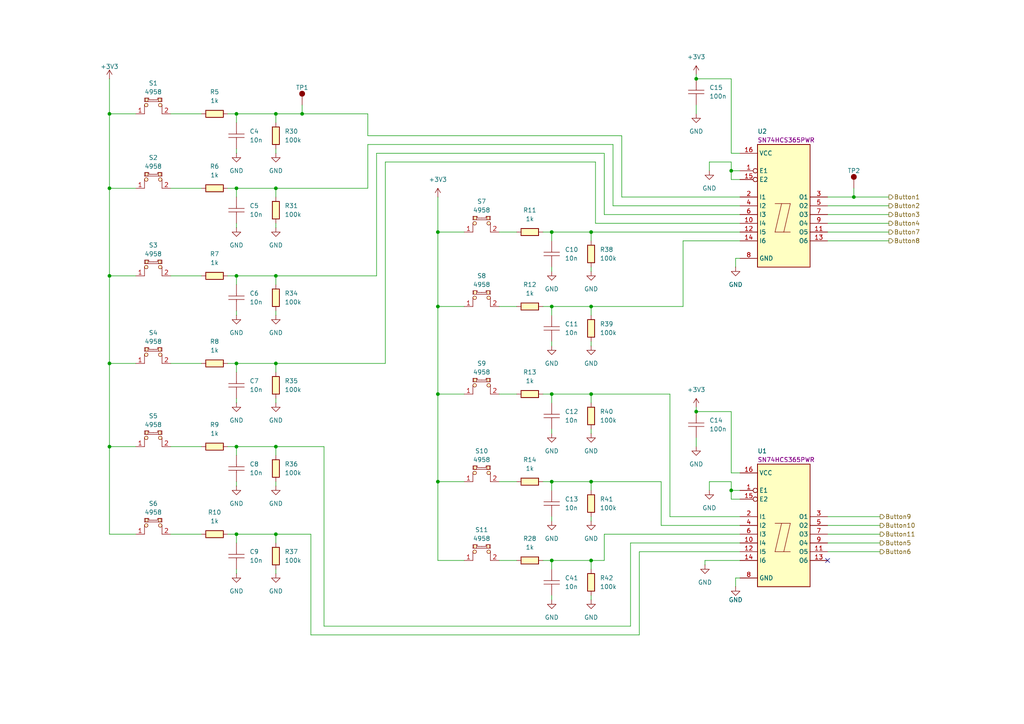
<source format=kicad_sch>
(kicad_sch (version 20231120) (generator "eeschema") (generator_version "8.0")
  (paper "A4")
  (title_block (title "Programmable Keyboard") (date "2024-08-18") (rev "3.0") (company "Kallio Designs Oy") (comment 1 "TL, NH") (comment 3 "000018"))
  (junction (at 127 67.31))
  (junction (at 171.45 88.9))
  (junction (at 68.58 33.02))
  (junction (at 201.93 119.38))
  (junction (at 171.45 139.7))
  (junction (at 127 139.7))
  (junction (at 171.45 67.31))
  (junction (at 68.58 80.01))
  (junction (at 80.01 105.41))
  (junction (at 87.63 33.02))
  (junction (at 160.02 139.7))
  (junction (at 80.01 33.02))
  (junction (at 31.75 33.02))
  (junction (at 68.58 105.41))
  (junction (at 171.45 114.3))
  (junction (at 212.09 49.53))
  (junction (at 160.02 114.3))
  (junction (at 212.09 142.24))
  (junction (at 171.45 162.56))
  (junction (at 31.75 80.01))
  (junction (at 68.58 154.94))
  (junction (at 68.58 129.54))
  (junction (at 80.01 54.61))
  (junction (at 80.01 129.54))
  (junction (at 160.02 67.31))
  (junction (at 247.65 57.15))
  (junction (at 80.01 154.94))
  (junction (at 68.58 54.61))
  (junction (at 201.93 22.86))
  (junction (at 127 88.9))
  (junction (at 160.02 88.9))
  (junction (at 31.75 129.54))
  (junction (at 160.02 162.56))
  (junction (at 31.75 105.41))
  (junction (at 80.01 80.01))
  (junction (at 127 114.3))
  (junction (at 31.75 54.61))
  (no_connect (at 240.03 162.56))
  (wire (pts (xy 31.75 105.41) (xy 39.37 105.41)))
  (wire (pts (xy 160.02 125.73) (xy 160.02 124.46)))
  (wire (pts (xy 68.58 140.97) (xy 68.58 139.7)))
  (wire (pts (xy 80.01 33.02) (xy 80.01 35.56)))
  (wire (pts (xy 31.75 54.61) (xy 39.37 54.61)))
  (wire (pts (xy 68.58 116.84) (xy 68.58 115.57)))
  (wire (pts (xy 127 57.15) (xy 127 67.31)))
  (wire (pts (xy 80.01 116.84) (xy 80.01 115.57)))
  (wire (pts (xy 80.01 166.37) (xy 80.01 165.1)))
  (wire (pts (xy 93.98 181.61) (xy 182.88 181.61)))
  (wire (pts (xy 185.42 184.15) (xy 90.17 184.15)))
  (wire (pts (xy 127 162.56) (xy 134.62 162.56)))
  (wire (pts (xy 171.45 139.7) (xy 160.02 139.7)))
  (wire (pts (xy 66.04 54.61) (xy 68.58 54.61)))
  (wire (pts (xy 171.45 125.73) (xy 171.45 124.46)))
  (wire (pts (xy 171.45 162.56) (xy 171.45 165.1)))
  (wire (pts (xy 194.31 149.86) (xy 214.63 149.86)))
  (wire (pts (xy 198.12 69.85) (xy 214.63 69.85)))
  (wire (pts (xy 49.53 154.94) (xy 58.42 154.94)))
  (wire (pts (xy 80.01 66.04) (xy 80.01 64.77)))
  (wire (pts (xy 68.58 33.02) (xy 80.01 33.02)))
  (wire (pts (xy 160.02 114.3) (xy 160.02 116.84)))
  (wire (pts (xy 160.02 151.13) (xy 160.02 149.86)))
  (wire (pts (xy 80.01 80.01) (xy 80.01 82.55)))
  (wire (pts (xy 175.26 154.94) (xy 175.26 162.56)))
  (wire (pts (xy 160.02 162.56) (xy 171.45 162.56)))
  (wire (pts (xy 80.01 129.54) (xy 93.98 129.54)))
  (wire (pts (xy 201.93 118.11) (xy 201.93 119.38)))
  (wire (pts (xy 68.58 91.44) (xy 68.58 90.17)))
  (wire (pts (xy 212.09 144.78) (xy 212.09 142.24)))
  (wire (pts (xy 109.22 44.45) (xy 109.22 80.01)))
  (wire (pts (xy 31.75 129.54) (xy 39.37 129.54)))
  (wire (pts (xy 214.63 52.07) (xy 212.09 52.07)))
  (wire (pts (xy 212.09 119.38) (xy 212.09 137.16)))
  (wire (pts (xy 240.03 152.4) (xy 255.27 152.4)))
  (wire (pts (xy 240.03 160.02) (xy 255.27 160.02)))
  (wire (pts (xy 160.02 139.7) (xy 160.02 142.24)))
  (wire (pts (xy 49.53 129.54) (xy 58.42 129.54)))
  (wire (pts (xy 144.78 139.7) (xy 149.86 139.7)))
  (wire (pts (xy 177.8 41.91) (xy 177.8 59.69)))
  (wire (pts (xy 240.03 62.23) (xy 257.81 62.23)))
  (wire (pts (xy 68.58 54.61) (xy 68.58 57.15)))
  (wire (pts (xy 106.68 54.61) (xy 80.01 54.61)))
  (wire (pts (xy 157.48 88.9) (xy 160.02 88.9)))
  (wire (pts (xy 31.75 80.01) (xy 31.75 105.41)))
  (wire (pts (xy 68.58 66.04) (xy 68.58 64.77)))
  (wire (pts (xy 80.01 129.54) (xy 80.01 132.08)))
  (wire (pts (xy 93.98 129.54) (xy 93.98 181.61)))
  (wire (pts (xy 68.58 80.01) (xy 68.58 82.55)))
  (wire (pts (xy 66.04 33.02) (xy 68.58 33.02)))
  (wire (pts (xy 87.63 33.02) (xy 106.68 33.02)))
  (wire (pts (xy 212.09 49.53) (xy 212.09 46.99)))
  (wire (pts (xy 171.45 78.74) (xy 171.45 77.47)))
  (wire (pts (xy 157.48 114.3) (xy 160.02 114.3)))
  (wire (pts (xy 31.75 33.02) (xy 39.37 33.02)))
  (wire (pts (xy 160.02 162.56) (xy 160.02 165.1)))
  (wire (pts (xy 171.45 67.31) (xy 214.63 67.31)))
  (wire (pts (xy 213.36 167.64) (xy 213.36 170.18)))
  (wire (pts (xy 171.45 162.56) (xy 175.26 162.56)))
  (wire (pts (xy 240.03 59.69) (xy 257.81 59.69)))
  (wire (pts (xy 66.04 80.01) (xy 68.58 80.01)))
  (wire (pts (xy 172.72 46.99) (xy 172.72 64.77)))
  (wire (pts (xy 194.31 114.3) (xy 194.31 149.86)))
  (wire (pts (xy 127 88.9) (xy 127 114.3)))
  (wire (pts (xy 111.76 105.41) (xy 80.01 105.41)))
  (wire (pts (xy 180.34 39.37) (xy 180.34 57.15)))
  (wire (pts (xy 171.45 114.3) (xy 171.45 116.84)))
  (wire (pts (xy 212.09 142.24) (xy 214.63 142.24)))
  (wire (pts (xy 127 139.7) (xy 134.62 139.7)))
  (wire (pts (xy 66.04 154.94) (xy 68.58 154.94)))
  (wire (pts (xy 212.09 137.16) (xy 214.63 137.16)))
  (wire (pts (xy 212.09 46.99) (xy 205.74 46.99)))
  (wire (pts (xy 212.09 44.45) (xy 214.63 44.45)))
  (wire (pts (xy 68.58 166.37) (xy 68.58 165.1)))
  (wire (pts (xy 240.03 149.86) (xy 255.27 149.86)))
  (wire (pts (xy 127 67.31) (xy 127 88.9)))
  (wire (pts (xy 127 88.9) (xy 134.62 88.9)))
  (wire (pts (xy 68.58 129.54) (xy 68.58 132.08)))
  (wire (pts (xy 68.58 129.54) (xy 80.01 129.54)))
  (wire (pts (xy 214.63 59.69) (xy 177.8 59.69)))
  (wire (pts (xy 191.77 139.7) (xy 171.45 139.7)))
  (wire (pts (xy 106.68 33.02) (xy 106.68 39.37)))
  (wire (pts (xy 144.78 67.31) (xy 149.86 67.31)))
  (wire (pts (xy 185.42 160.02) (xy 214.63 160.02)))
  (wire (pts (xy 214.63 167.64) (xy 213.36 167.64)))
  (wire (pts (xy 172.72 64.77) (xy 214.63 64.77)))
  (wire (pts (xy 68.58 33.02) (xy 68.58 35.56)))
  (wire (pts (xy 49.53 80.01) (xy 58.42 80.01)))
  (wire (pts (xy 201.93 21.59) (xy 201.93 22.86)))
  (wire (pts (xy 214.63 62.23) (xy 175.26 62.23)))
  (wire (pts (xy 175.26 154.94) (xy 214.63 154.94)))
  (wire (pts (xy 175.26 44.45) (xy 175.26 62.23)))
  (wire (pts (xy 171.45 114.3) (xy 194.31 114.3)))
  (wire (pts (xy 160.02 88.9) (xy 171.45 88.9)))
  (wire (pts (xy 201.93 119.38) (xy 212.09 119.38)))
  (wire (pts (xy 90.17 184.15) (xy 90.17 154.94)))
  (wire (pts (xy 247.65 57.15) (xy 257.81 57.15)))
  (wire (pts (xy 80.01 154.94) (xy 80.01 157.48)))
  (wire (pts (xy 68.58 44.45) (xy 68.58 43.18)))
  (wire (pts (xy 212.09 139.7) (xy 205.74 139.7)))
  (wire (pts (xy 205.74 46.99) (xy 205.74 49.53)))
  (wire (pts (xy 160.02 67.31) (xy 160.02 69.85)))
  (wire (pts (xy 185.42 160.02) (xy 185.42 184.15)))
  (wire (pts (xy 240.03 69.85) (xy 257.81 69.85)))
  (wire (pts (xy 214.63 162.56) (xy 204.47 162.56)))
  (wire (pts (xy 31.75 22.86) (xy 31.75 33.02)))
  (wire (pts (xy 157.48 67.31) (xy 160.02 67.31)))
  (wire (pts (xy 240.03 64.77) (xy 257.81 64.77)))
  (wire (pts (xy 66.04 105.41) (xy 68.58 105.41)))
  (wire (pts (xy 201.93 22.86) (xy 212.09 22.86)))
  (wire (pts (xy 127 67.31) (xy 134.62 67.31)))
  (wire (pts (xy 212.09 52.07) (xy 212.09 49.53)))
  (wire (pts (xy 111.76 46.99) (xy 172.72 46.99)))
  (wire (pts (xy 201.93 129.54) (xy 201.93 127)))
  (wire (pts (xy 157.48 139.7) (xy 160.02 139.7)))
  (wire (pts (xy 80.01 91.44) (xy 80.01 90.17)))
  (wire (pts (xy 160.02 114.3) (xy 171.45 114.3)))
  (wire (pts (xy 213.36 74.93) (xy 213.36 77.47)))
  (wire (pts (xy 87.63 30.48) (xy 87.63 33.02)))
  (wire (pts (xy 160.02 88.9) (xy 160.02 91.44)))
  (wire (pts (xy 171.45 67.31) (xy 171.45 69.85)))
  (wire (pts (xy 240.03 154.94) (xy 255.27 154.94)))
  (wire (pts (xy 171.45 139.7) (xy 171.45 142.24)))
  (wire (pts (xy 240.03 157.48) (xy 255.27 157.48)))
  (wire (pts (xy 157.48 162.56) (xy 160.02 162.56)))
  (wire (pts (xy 106.68 39.37) (xy 180.34 39.37)))
  (wire (pts (xy 90.17 154.94) (xy 80.01 154.94)))
  (wire (pts (xy 171.45 151.13) (xy 171.45 149.86)))
  (wire (pts (xy 204.47 162.56) (xy 204.47 163.83)))
  (wire (pts (xy 177.8 41.91) (xy 106.68 41.91)))
  (wire (pts (xy 171.45 100.33) (xy 171.45 99.06)))
  (wire (pts (xy 127 114.3) (xy 134.62 114.3)))
  (wire (pts (xy 31.75 129.54) (xy 31.75 154.94)))
  (wire (pts (xy 214.63 57.15) (xy 180.34 57.15)))
  (wire (pts (xy 201.93 33.02) (xy 201.93 30.48)))
  (wire (pts (xy 212.09 22.86) (xy 212.09 44.45)))
  (wire (pts (xy 80.01 154.94) (xy 68.58 154.94)))
  (wire (pts (xy 106.68 41.91) (xy 106.68 54.61)))
  (wire (pts (xy 205.74 139.7) (xy 205.74 142.24)))
  (wire (pts (xy 109.22 44.45) (xy 175.26 44.45)))
  (wire (pts (xy 31.75 54.61) (xy 31.75 80.01)))
  (wire (pts (xy 191.77 152.4) (xy 214.63 152.4)))
  (wire (pts (xy 191.77 152.4) (xy 191.77 139.7)))
  (wire (pts (xy 80.01 80.01) (xy 109.22 80.01)))
  (wire (pts (xy 68.58 105.41) (xy 68.58 107.95)))
  (wire (pts (xy 66.04 129.54) (xy 68.58 129.54)))
  (wire (pts (xy 31.75 105.41) (xy 31.75 129.54)))
  (wire (pts (xy 127 114.3) (xy 127 139.7)))
  (wire (pts (xy 80.01 44.45) (xy 80.01 43.18)))
  (wire (pts (xy 31.75 154.94) (xy 39.37 154.94)))
  (wire (pts (xy 160.02 100.33) (xy 160.02 99.06)))
  (wire (pts (xy 49.53 105.41) (xy 58.42 105.41)))
  (wire (pts (xy 198.12 88.9) (xy 198.12 69.85)))
  (wire (pts (xy 49.53 54.61) (xy 58.42 54.61)))
  (wire (pts (xy 49.53 33.02) (xy 58.42 33.02)))
  (wire (pts (xy 182.88 157.48) (xy 214.63 157.48)))
  (wire (pts (xy 68.58 154.94) (xy 68.58 157.48)))
  (wire (pts (xy 214.63 74.93) (xy 213.36 74.93)))
  (wire (pts (xy 160.02 67.31) (xy 171.45 67.31)))
  (wire (pts (xy 247.65 54.61) (xy 247.65 57.15)))
  (wire (pts (xy 80.01 105.41) (xy 80.01 107.95)))
  (wire (pts (xy 160.02 78.74) (xy 160.02 77.47)))
  (wire (pts (xy 68.58 80.01) (xy 80.01 80.01)))
  (wire (pts (xy 80.01 33.02) (xy 87.63 33.02)))
  (wire (pts (xy 31.75 80.01) (xy 39.37 80.01)))
  (wire (pts (xy 144.78 114.3) (xy 149.86 114.3)))
  (wire (pts (xy 160.02 173.99) (xy 160.02 172.72)))
  (wire (pts (xy 31.75 33.02) (xy 31.75 54.61)))
  (wire (pts (xy 212.09 49.53) (xy 214.63 49.53)))
  (wire (pts (xy 80.01 140.97) (xy 80.01 139.7)))
  (wire (pts (xy 111.76 46.99) (xy 111.76 105.41)))
  (wire (pts (xy 240.03 67.31) (xy 257.81 67.31)))
  (wire (pts (xy 80.01 105.41) (xy 68.58 105.41)))
  (wire (pts (xy 212.09 142.24) (xy 212.09 139.7)))
  (wire (pts (xy 144.78 162.56) (xy 149.86 162.56)))
  (wire (pts (xy 214.63 144.78) (xy 212.09 144.78)))
  (wire (pts (xy 80.01 54.61) (xy 80.01 57.15)))
  (wire (pts (xy 171.45 173.99) (xy 171.45 172.72)))
  (wire (pts (xy 171.45 88.9) (xy 171.45 91.44)))
  (wire (pts (xy 182.88 181.61) (xy 182.88 157.48)))
  (wire (pts (xy 144.78 88.9) (xy 149.86 88.9)))
  (wire (pts (xy 80.01 54.61) (xy 68.58 54.61)))
  (wire (pts (xy 171.45 88.9) (xy 198.12 88.9)))
  (wire (pts (xy 127 139.7) (xy 127 162.56)))
  (wire (pts (xy 240.03 57.15) (xy 247.65 57.15)))
  (hierarchical_label "Button11" (shape output) (at 255.27 154.94 0))
  (hierarchical_label "Button1" (shape output) (at 257.81 57.15 0))
  (hierarchical_label "Button4" (shape output) (at 257.81 64.77 0))
  (hierarchical_label "Button3" (shape output) (at 257.81 62.23 0))
  (hierarchical_label "Button8" (shape output) (at 257.81 69.85 0))
  (hierarchical_label "Button7" (shape output) (at 257.81 67.31 0))
  (hierarchical_label "Button5" (shape output) (at 255.27 157.48 0))
  (hierarchical_label "Button6" (shape output) (at 255.27 160.02 0))
  (hierarchical_label "Button10" (shape output) (at 255.27 152.4 0))
  (hierarchical_label "Button2" (shape output) (at 257.81 59.69 0))
  (hierarchical_label "Button9" (shape output) (at 255.27 149.86 0))
  (symbol (lib_id "KD_Switch:Button_keyboard_socket_MX_Adafruit_4958") (at 139.7 64.77 0) (unit 1)
    (property "Reference" "S7" (at 139.7 58.42 0))
    (property "Value" "4958" (at 139.7 60.96 0))
    (property "Footprint" "KD_Switch:SWITCH_BUTTON_Kailh_mx_socket" (effects (hide yes)))
    (property "Datasheet" "https://mm.digikey.com/Volume0/opasdata/d220001/medias/docus/5062/4958_Web.pdf" (effects (hide yes)))
    (property "Description" "KAILH SW SKTS FOR MX-COMP 1=20PC" (effects (hide yes)))
    (property "Manufacturer" "Adafruit" (effects (hide yes)))
    (property "MFG_PartNo" "4958" (effects (hide yes)))
    (property "Supplier" "Digi-Key" (effects (hide yes)))
    (property "Supplier_PartNo" "1528-4958-ND" (effects (hide yes)))
    (property "DNP" "F" (effects (hide yes)))
    (property "Price" "0.45" (effects (hide yes)))
  )
  (symbol (lib_id "KD_Capacitor:C_0603_10n_X7R_100V") (at 68.58 111.76 0) (unit 1)
    (property "Reference" "C7" (at 72.39 110.4899 0) (effects (justify left)))
    (property "Value" "10n" (at 72.39 113.0299 0) (effects (justify left)))
    (property "Footprint" "KD_Capacitor:CAPC1608X90N" (effects (hide yes)))
    (property "Datasheet" "https://product.tdk.com/en/system/files?file=dam/doc/product/capacitor/ceramic/mlcc/catalog/mlcc_commercial_midvoltage_en.pdf" (effects (hide yes)))
    (property "Description" "CAP CER 10000PF 100V X7R 0603" (effects (hide yes)))
    (property "Manufacturer" "TDK Corporation" (effects (hide yes)))
    (property "MFG_PartNo" "C1608X7R2A103K080AA" (effects (hide yes)))
    (property "Supplier" "Digi-Key" (effects (hide yes)))
    (property "Supplier_PartNo" "445-1304-1-ND" (effects (hide yes)))
    (property "DNP" "F" (effects (hide yes)))
    (property "Price" "0.05" (effects (hide yes)))
  )
  (symbol (lib_id "power:+3V3") (at 31.75 22.86 0) (unit 1)
    (property "Reference" "#PWR060" (effects (hide yes)))
    (property "Value" "+3V3" (at 31.75 19.304 0))
    (property "Description" "Power symbol creates a global label with name \"+3V3\"" (effects (hide yes)))
    (instances (project "TPCOT" (path "" (reference "#PWR060") (unit 1))) (project "000018 PGKB" (path "" (reference "#PWR08") (unit 1))))
  )
  (symbol (lib_id "KD_Resistor:R_0603_100k_1%") (at 80.01 86.36 0) (unit 1)
    (property "Reference" "R34" (at 82.55 85.0899 0) (effects (justify left)))
    (property "Value" "100k" (at 82.55 87.6299 0) (effects (justify left)))
    (property "Footprint" "KD_Resistor:RESC1608X55N" (effects (hide yes)))
    (property "Datasheet" "https://www.seielect.com/catalog/sei-rmcf_rmcp.pdf" (effects (hide yes)))
    (property "Description" "RES 100K OHM 1% 1/10W 0603" (effects (hide yes)))
    (property "Manufacturer" "Stackpole Electronics Inc" (effects (hide yes)))
    (property "MFG_PartNo" "RMCF0603FT100K" (effects (hide yes)))
    (property "Supplier" "Digi-Key" (effects (hide yes)))
    (property "Supplier_PartNo" "RMCF0603FT100KCT-ND" (effects (hide yes)))
    (property "DNP" "F" (effects (hide yes)))
    (property "Price" "0.01" (effects (hide yes)))
  )
  (symbol (lib_id "KD_Resistor:R_0603_1k_1%") (at 153.67 162.56 90) (unit 1)
    (property "Reference" "R28" (at 153.67 156.21 90))
    (property "Value" "1k" (at 153.67 158.75 90))
    (property "Footprint" "KD_Resistor:RESC1608X55N" (effects (hide yes)))
    (property "Datasheet" "https://www.seielect.com/Catalog/SEI-RMCF_RMCP.pdf" (effects (hide yes)))
    (property "Description" "RES 1K OHM 5% 1/10W 0603" (effects (hide yes)))
    (property "Manufacturer" "Stackpole Electronics Inc" (effects (hide yes)))
    (property "MFG_PartNo" "RMCF0603JT1K00" (effects (hide yes)))
    (property "Supplier" "Digi-Key" (effects (hide yes)))
    (property "Supplier_PartNo" "RMCF0603JT1K00CT-ND" (effects (hide yes)))
    (property "DNP" "F" (effects (hide yes)))
    (property "Price" "0.01" (effects (hide yes)))
  )
  (symbol (lib_id "KD_Capacitor:C_0603_100n_X7R_50V") (at 201.93 26.67 0) (unit 1)
    (property "Reference" "C15" (at 205.74 25.3999 0) (effects (justify left)))
    (property "Value" "100n" (at 205.74 27.9399 0) (effects (justify left)))
    (property "Footprint" "KD_Capacitor:CAPC1608X90N" (effects (hide yes)))
    (property "Datasheet" "https://mm.digikey.com/Volume0/opasdata/d220001/medias/docus/658/CL10B104KB8NNWC_Spec.pdf" (effects (hide yes)))
    (property "Description" "CAP CER 0.1UF 50V X7R 0603" (effects (hide yes)))
    (property "Manufacturer" "Samsung" (effects (hide yes)))
    (property "MFG_PartNo" "CL10B104KB8NNWC" (effects (hide yes)))
    (property "Supplier" "Digi-Key" (effects (hide yes)))
    (property "Supplier_PartNo" "1276-1935-1-ND" (effects (hide yes)))
    (property "DNP" "F" (effects (hide yes)))
    (property "Price" "0.01" (effects (hide yes)))
  )
  (symbol (lib_id "KD_Capacitor:C_0603_10n_X7R_100V") (at 160.02 146.05 0) (unit 1)
    (property "Reference" "C13" (at 163.83 144.7799 0) (effects (justify left)))
    (property "Value" "10n" (at 163.83 147.3199 0) (effects (justify left)))
    (property "Footprint" "KD_Capacitor:CAPC1608X90N" (effects (hide yes)))
    (property "Datasheet" "https://product.tdk.com/en/system/files?file=dam/doc/product/capacitor/ceramic/mlcc/catalog/mlcc_commercial_midvoltage_en.pdf" (effects (hide yes)))
    (property "Description" "CAP CER 10000PF 100V X7R 0603" (effects (hide yes)))
    (property "Manufacturer" "TDK Corporation" (effects (hide yes)))
    (property "MFG_PartNo" "C1608X7R2A103K080AA" (effects (hide yes)))
    (property "Supplier" "Digi-Key" (effects (hide yes)))
    (property "Supplier_PartNo" "445-1304-1-ND" (effects (hide yes)))
    (property "DNP" "F" (effects (hide yes)))
    (property "Price" "0.05" (effects (hide yes)))
  )
  (symbol (lib_id "KD_Resistor:R_0603_1k_1%") (at 62.23 105.41 90) (unit 1)
    (property "Reference" "R8" (at 62.23 99.06 90))
    (property "Value" "1k" (at 62.23 101.6 90))
    (property "Footprint" "KD_Resistor:RESC1608X55N" (effects (hide yes)))
    (property "Datasheet" "https://www.seielect.com/Catalog/SEI-RMCF_RMCP.pdf" (effects (hide yes)))
    (property "Description" "RES 1K OHM 5% 1/10W 0603" (effects (hide yes)))
    (property "Manufacturer" "Stackpole Electronics Inc" (effects (hide yes)))
    (property "MFG_PartNo" "RMCF0603JT1K00" (effects (hide yes)))
    (property "Supplier" "Digi-Key" (effects (hide yes)))
    (property "Supplier_PartNo" "RMCF0603JT1K00CT-ND" (effects (hide yes)))
    (property "DNP" "F" (effects (hide yes)))
    (property "Price" "0.01" (effects (hide yes)))
  )
  (symbol (lib_id "KD_Capacitor:C_0603_10n_X7R_100V") (at 68.58 86.36 0) (unit 1)
    (property "Reference" "C6" (at 72.39 85.0899 0) (effects (justify left)))
    (property "Value" "10n" (at 72.39 87.6299 0) (effects (justify left)))
    (property "Footprint" "KD_Capacitor:CAPC1608X90N" (effects (hide yes)))
    (property "Datasheet" "https://product.tdk.com/en/system/files?file=dam/doc/product/capacitor/ceramic/mlcc/catalog/mlcc_commercial_midvoltage_en.pdf" (effects (hide yes)))
    (property "Description" "CAP CER 10000PF 100V X7R 0603" (effects (hide yes)))
    (property "Manufacturer" "TDK Corporation" (effects (hide yes)))
    (property "MFG_PartNo" "C1608X7R2A103K080AA" (effects (hide yes)))
    (property "Supplier" "Digi-Key" (effects (hide yes)))
    (property "Supplier_PartNo" "445-1304-1-ND" (effects (hide yes)))
    (property "DNP" "F" (effects (hide yes)))
    (property "Price" "0.05" (effects (hide yes)))
  )
  (symbol (lib_id "power:GND") (at 68.58 44.45 0) (unit 1)
    (property "Reference" "#PWR09" (effects (hide yes)))
    (property "Value" "GND" (at 68.58 49.53 0))
    (property "Description" "Power symbol creates a global label with name \"GND\" , ground" (effects (hide yes)))
  )
  (symbol (lib_id "KD_Switch:Button_keyboard_socket_MX_Adafruit_4958") (at 44.45 102.87 0) (unit 1)
    (property "Reference" "S4" (at 44.45 96.52 0))
    (property "Value" "4958" (at 44.45 99.06 0))
    (property "Footprint" "KD_Switch:SWITCH_BUTTON_Kailh_mx_socket" (effects (hide yes)))
    (property "Datasheet" "https://mm.digikey.com/Volume0/opasdata/d220001/medias/docus/5062/4958_Web.pdf" (effects (hide yes)))
    (property "Description" "KAILH SW SKTS FOR MX-COMP 1=20PC" (effects (hide yes)))
    (property "Manufacturer" "Adafruit" (effects (hide yes)))
    (property "MFG_PartNo" "4958" (effects (hide yes)))
    (property "Supplier" "Digi-Key" (effects (hide yes)))
    (property "Supplier_PartNo" "1528-4958-ND" (effects (hide yes)))
    (property "DNP" "F" (effects (hide yes)))
    (property "Price" "0.45" (effects (hide yes)))
  )
  (symbol (lib_id "KD_Capacitor:C_0603_10n_X7R_100V") (at 68.58 135.89 0) (unit 1)
    (property "Reference" "C8" (at 72.39 134.6199 0) (effects (justify left)))
    (property "Value" "10n" (at 72.39 137.1599 0) (effects (justify left)))
    (property "Footprint" "KD_Capacitor:CAPC1608X90N" (effects (hide yes)))
    (property "Datasheet" "https://product.tdk.com/en/system/files?file=dam/doc/product/capacitor/ceramic/mlcc/catalog/mlcc_commercial_midvoltage_en.pdf" (effects (hide yes)))
    (property "Description" "CAP CER 10000PF 100V X7R 0603" (effects (hide yes)))
    (property "Manufacturer" "TDK Corporation" (effects (hide yes)))
    (property "MFG_PartNo" "C1608X7R2A103K080AA" (effects (hide yes)))
    (property "Supplier" "Digi-Key" (effects (hide yes)))
    (property "Supplier_PartNo" "445-1304-1-ND" (effects (hide yes)))
    (property "DNP" "F" (effects (hide yes)))
    (property "Price" "0.05" (effects (hide yes)))
  )
  (symbol (lib_id "KD_Resistor:R_0603_1k_1%") (at 62.23 33.02 90) (unit 1)
    (property "Reference" "R5" (at 62.23 26.67 90))
    (property "Value" "1k" (at 62.23 29.21 90))
    (property "Footprint" "KD_Resistor:RESC1608X55N" (effects (hide yes)))
    (property "Datasheet" "https://www.seielect.com/Catalog/SEI-RMCF_RMCP.pdf" (effects (hide yes)))
    (property "Description" "RES 1K OHM 5% 1/10W 0603" (effects (hide yes)))
    (property "Manufacturer" "Stackpole Electronics Inc" (effects (hide yes)))
    (property "MFG_PartNo" "RMCF0603JT1K00" (effects (hide yes)))
    (property "Supplier" "Digi-Key" (effects (hide yes)))
    (property "Supplier_PartNo" "RMCF0603JT1K00CT-ND" (effects (hide yes)))
    (property "DNP" "F" (effects (hide yes)))
    (property "Price" "0.01" (effects (hide yes)))
  )
  (symbol (lib_id "KD_IC_Buffer_Driver_Interface:Buffer_Schmitt_6CH_SN74HCS365PWR") (at 214.63 137.16 0) (unit 1)
    (property "Reference" "U1" (at 219.71 130.81 0) (effects (justify left)))
    (property "Value" "SN74HCS365PWR" (effects (hide yes)))
    (property "Footprint" "KD_Package_SO:SOP65P600X150-16N" (effects (hide yes)))
    (property "Datasheet" "https://www.ti.com/lit/ds/symlink/sn74hcs365.pdf" (effects (hide yes)))
    (property "Description" "IC BUFFER NON-INVERT 6V 16TSSOP" (effects (hide yes)))
    (property "Code" "SN74HCS365PWR" (at 219.71 133.35 0) (effects (justify left)))
    (property "Manufacturer" "Texas Instruments" (effects (hide yes)))
    (property "MFG_PartNo" "SN74HCS365PWR" (effects (hide yes)))
    (property "Supplier" "Digi-Key" (effects (hide yes)))
    (property "Supplier_PartNo" "296-SN74HCS365PWRCT-ND" (effects (hide yes)))
    (property "DNP" "F" (effects (hide yes)))
    (property "Price" "0.4" (effects (hide yes)))
  )
  (symbol (lib_id "power:GND") (at 201.93 129.54 0) (unit 1)
    (property "Reference" "#PWR021" (effects (hide yes)))
    (property "Value" "GND" (at 201.93 134.62 0))
    (property "Description" "Power symbol creates a global label with name \"GND\" , ground" (effects (hide yes)))
  )
  (symbol (lib_id "KD_Switch:Button_keyboard_socket_MX_Adafruit_4958") (at 44.45 77.47 0) (unit 1)
    (property "Reference" "S3" (at 44.45 71.12 0))
    (property "Value" "4958" (at 44.45 73.66 0))
    (property "Footprint" "KD_Switch:SWITCH_BUTTON_Kailh_mx_socket" (effects (hide yes)))
    (property "Datasheet" "https://mm.digikey.com/Volume0/opasdata/d220001/medias/docus/5062/4958_Web.pdf" (effects (hide yes)))
    (property "Description" "KAILH SW SKTS FOR MX-COMP 1=20PC" (effects (hide yes)))
    (property "Manufacturer" "Adafruit" (effects (hide yes)))
    (property "MFG_PartNo" "4958" (effects (hide yes)))
    (property "Supplier" "Digi-Key" (effects (hide yes)))
    (property "Supplier_PartNo" "1528-4958-ND" (effects (hide yes)))
    (property "DNP" "F" (effects (hide yes)))
    (property "Price" "0.45" (effects (hide yes)))
  )
  (symbol (lib_id "KD_Resistor:R_0603_100k_1%") (at 80.01 161.29 0) (unit 1)
    (property "Reference" "R37" (at 82.55 160.0199 0) (effects (justify left)))
    (property "Value" "100k" (at 82.55 162.5599 0) (effects (justify left)))
    (property "Footprint" "KD_Resistor:RESC1608X55N" (effects (hide yes)))
    (property "Datasheet" "https://www.seielect.com/catalog/sei-rmcf_rmcp.pdf" (effects (hide yes)))
    (property "Description" "RES 100K OHM 1% 1/10W 0603" (effects (hide yes)))
    (property "Manufacturer" "Stackpole Electronics Inc" (effects (hide yes)))
    (property "MFG_PartNo" "RMCF0603FT100K" (effects (hide yes)))
    (property "Supplier" "Digi-Key" (effects (hide yes)))
    (property "Supplier_PartNo" "RMCF0603FT100KCT-ND" (effects (hide yes)))
    (property "DNP" "F" (effects (hide yes)))
    (property "Price" "0.01" (effects (hide yes)))
  )
  (symbol (lib_id "power:GND") (at 171.45 151.13 0) (unit 1)
    (property "Reference" "#PWR047" (effects (hide yes)))
    (property "Value" "GND" (at 171.45 156.21 0))
    (property "Description" "Power symbol creates a global label with name \"GND\" , ground" (effects (hide yes)))
  )
  (symbol (lib_id "KD_Switch:Button_keyboard_socket_MX_Adafruit_4958") (at 44.45 152.4 0) (unit 1)
    (property "Reference" "S6" (at 44.45 146.05 0))
    (property "Value" "4958" (at 44.45 148.59 0))
    (property "Footprint" "KD_Switch:SWITCH_BUTTON_Kailh_mx_socket" (effects (hide yes)))
    (property "Datasheet" "https://mm.digikey.com/Volume0/opasdata/d220001/medias/docus/5062/4958_Web.pdf" (effects (hide yes)))
    (property "Description" "KAILH SW SKTS FOR MX-COMP 1=20PC" (effects (hide yes)))
    (property "Manufacturer" "Adafruit" (effects (hide yes)))
    (property "MFG_PartNo" "4958" (effects (hide yes)))
    (property "Supplier" "Digi-Key" (effects (hide yes)))
    (property "Supplier_PartNo" "1528-4958-ND" (effects (hide yes)))
    (property "DNP" "F" (effects (hide yes)))
    (property "Price" "0.45" (effects (hide yes)))
  )
  (symbol (lib_id "power:GND") (at 160.02 151.13 0) (unit 1)
    (property "Reference" "#PWR019" (effects (hide yes)))
    (property "Value" "GND" (at 160.02 156.21 0))
    (property "Description" "Power symbol creates a global label with name \"GND\" , ground" (effects (hide yes)))
  )
  (symbol (lib_id "KD_Switch:Button_keyboard_socket_MX_Adafruit_4958") (at 139.7 160.02 0) (unit 1)
    (property "Reference" "S11" (at 139.7 153.67 0))
    (property "Value" "4958" (at 139.7 156.21 0))
    (property "Footprint" "KD_Switch:SWITCH_BUTTON_Kailh_mx_socket" (effects (hide yes)))
    (property "Datasheet" "https://mm.digikey.com/Volume0/opasdata/d220001/medias/docus/5062/4958_Web.pdf" (effects (hide yes)))
    (property "Description" "KAILH SW SKTS FOR MX-COMP 1=20PC" (effects (hide yes)))
    (property "Manufacturer" "Adafruit" (effects (hide yes)))
    (property "MFG_PartNo" "4958" (effects (hide yes)))
    (property "Supplier" "Digi-Key" (effects (hide yes)))
    (property "Supplier_PartNo" "1528-4958-ND" (effects (hide yes)))
    (property "DNP" "F" (effects (hide yes)))
    (property "Price" "0.45" (effects (hide yes)))
  )
  (symbol (lib_id "power:+3V3") (at 127 57.15 0) (unit 1)
    (property "Reference" "#PWR060" (effects (hide yes)))
    (property "Value" "+3V3" (at 127 52.07 0))
    (property "Description" "Power symbol creates a global label with name \"+3V3\"" (effects (hide yes)))
    (instances (project "TPCOT" (path "" (reference "#PWR060") (unit 1))) (project "000018 PGKB" (path "" (reference "#PWR015") (unit 1))))
  )
  (symbol (lib_id "KD_Resistor:R_0603_100k_1%") (at 171.45 95.25 0) (unit 1)
    (property "Reference" "R39" (at 173.99 93.9799 0) (effects (justify left)))
    (property "Value" "100k" (at 173.99 96.5199 0) (effects (justify left)))
    (property "Footprint" "KD_Resistor:RESC1608X55N" (effects (hide yes)))
    (property "Datasheet" "https://www.seielect.com/catalog/sei-rmcf_rmcp.pdf" (effects (hide yes)))
    (property "Description" "RES 100K OHM 1% 1/10W 0603" (effects (hide yes)))
    (property "Manufacturer" "Stackpole Electronics Inc" (effects (hide yes)))
    (property "MFG_PartNo" "RMCF0603FT100K" (effects (hide yes)))
    (property "Supplier" "Digi-Key" (effects (hide yes)))
    (property "Supplier_PartNo" "RMCF0603FT100KCT-ND" (effects (hide yes)))
    (property "DNP" "F" (effects (hide yes)))
    (property "Price" "0.01" (effects (hide yes)))
  )
  (symbol (lib_id "power:GND") (at 68.58 66.04 0) (unit 1)
    (property "Reference" "#PWR010" (effects (hide yes)))
    (property "Value" "GND" (at 68.58 71.12 0))
    (property "Description" "Power symbol creates a global label with name \"GND\" , ground" (effects (hide yes)))
  )
  (symbol (lib_id "KD_Capacitor:C_0603_10n_X7R_100V") (at 68.58 60.96 0) (unit 1)
    (property "Reference" "C5" (at 72.39 59.6899 0) (effects (justify left)))
    (property "Value" "10n" (at 72.39 62.2299 0) (effects (justify left)))
    (property "Footprint" "KD_Capacitor:CAPC1608X90N" (effects (hide yes)))
    (property "Datasheet" "https://product.tdk.com/en/system/files?file=dam/doc/product/capacitor/ceramic/mlcc/catalog/mlcc_commercial_midvoltage_en.pdf" (effects (hide yes)))
    (property "Description" "CAP CER 10000PF 100V X7R 0603" (effects (hide yes)))
    (property "Manufacturer" "TDK Corporation" (effects (hide yes)))
    (property "MFG_PartNo" "C1608X7R2A103K080AA" (effects (hide yes)))
    (property "Supplier" "Digi-Key" (effects (hide yes)))
    (property "Supplier_PartNo" "445-1304-1-ND" (effects (hide yes)))
    (property "DNP" "F" (effects (hide yes)))
    (property "Price" "0.05" (effects (hide yes)))
  )
  (symbol (lib_id "KD_Resistor:R_0603_100k_1%") (at 171.45 120.65 0) (unit 1)
    (property "Reference" "R40" (at 173.99 119.3799 0) (effects (justify left)))
    (property "Value" "100k" (at 173.99 121.9199 0) (effects (justify left)))
    (property "Footprint" "KD_Resistor:RESC1608X55N" (effects (hide yes)))
    (property "Datasheet" "https://www.seielect.com/catalog/sei-rmcf_rmcp.pdf" (effects (hide yes)))
    (property "Description" "RES 100K OHM 1% 1/10W 0603" (effects (hide yes)))
    (property "Manufacturer" "Stackpole Electronics Inc" (effects (hide yes)))
    (property "MFG_PartNo" "RMCF0603FT100K" (effects (hide yes)))
    (property "Supplier" "Digi-Key" (effects (hide yes)))
    (property "Supplier_PartNo" "RMCF0603FT100KCT-ND" (effects (hide yes)))
    (property "DNP" "F" (effects (hide yes)))
    (property "Price" "0.01" (effects (hide yes)))
  )
  (symbol (lib_id "KD_Resistor:R_0603_100k_1%") (at 80.01 39.37 0) (unit 1)
    (property "Reference" "R30" (at 82.55 38.0999 0) (effects (justify left)))
    (property "Value" "100k" (at 82.55 40.6399 0) (effects (justify left)))
    (property "Footprint" "KD_Resistor:RESC1608X55N" (effects (hide yes)))
    (property "Datasheet" "https://www.seielect.com/catalog/sei-rmcf_rmcp.pdf" (effects (hide yes)))
    (property "Description" "RES 100K OHM 1% 1/10W 0603" (effects (hide yes)))
    (property "Manufacturer" "Stackpole Electronics Inc" (effects (hide yes)))
    (property "MFG_PartNo" "RMCF0603FT100K" (effects (hide yes)))
    (property "Supplier" "Digi-Key" (effects (hide yes)))
    (property "Supplier_PartNo" "RMCF0603FT100KCT-ND" (effects (hide yes)))
    (property "DNP" "F" (effects (hide yes)))
    (property "Price" "0.01" (effects (hide yes)))
  )
  (symbol (lib_id "KD_Resistor:R_0603_1k_1%") (at 62.23 154.94 90) (unit 1)
    (property "Reference" "R10" (at 62.23 148.59 90))
    (property "Value" "1k" (at 62.23 151.13 90))
    (property "Footprint" "KD_Resistor:RESC1608X55N" (effects (hide yes)))
    (property "Datasheet" "https://www.seielect.com/Catalog/SEI-RMCF_RMCP.pdf" (effects (hide yes)))
    (property "Description" "RES 1K OHM 5% 1/10W 0603" (effects (hide yes)))
    (property "Manufacturer" "Stackpole Electronics Inc" (effects (hide yes)))
    (property "MFG_PartNo" "RMCF0603JT1K00" (effects (hide yes)))
    (property "Supplier" "Digi-Key" (effects (hide yes)))
    (property "Supplier_PartNo" "RMCF0603JT1K00CT-ND" (effects (hide yes)))
    (property "DNP" "F" (effects (hide yes)))
    (property "Price" "0.01" (effects (hide yes)))
  )
  (symbol (lib_id "KD_Resistor:R_0603_100k_1%") (at 171.45 168.91 0) (unit 1)
    (property "Reference" "R42" (at 173.99 167.6399 0) (effects (justify left)))
    (property "Value" "100k" (at 173.99 170.1799 0) (effects (justify left)))
    (property "Footprint" "KD_Resistor:RESC1608X55N" (effects (hide yes)))
    (property "Datasheet" "https://www.seielect.com/catalog/sei-rmcf_rmcp.pdf" (effects (hide yes)))
    (property "Description" "RES 100K OHM 1% 1/10W 0603" (effects (hide yes)))
    (property "Manufacturer" "Stackpole Electronics Inc" (effects (hide yes)))
    (property "MFG_PartNo" "RMCF0603FT100K" (effects (hide yes)))
    (property "Supplier" "Digi-Key" (effects (hide yes)))
    (property "Supplier_PartNo" "RMCF0603FT100KCT-ND" (effects (hide yes)))
    (property "DNP" "F" (effects (hide yes)))
    (property "Price" "0.01" (effects (hide yes)))
  )
  (symbol (lib_id "power:GND") (at 160.02 78.74 0) (unit 1)
    (property "Reference" "#PWR016" (effects (hide yes)))
    (property "Value" "GND" (at 160.02 83.82 0))
    (property "Description" "Power symbol creates a global label with name \"GND\" , ground" (effects (hide yes)))
  )
  (symbol (lib_id "power:GND") (at 80.01 66.04 0) (unit 1)
    (property "Reference" "#PWR039" (effects (hide yes)))
    (property "Value" "GND" (at 80.01 71.12 0))
    (property "Description" "Power symbol creates a global label with name \"GND\" , ground" (effects (hide yes)))
  )
  (symbol (lib_id "KD_Capacitor:C_0603_10n_X7R_100V") (at 160.02 73.66 0) (unit 1)
    (property "Reference" "C10" (at 163.83 72.3899 0) (effects (justify left)))
    (property "Value" "10n" (at 163.83 74.9299 0) (effects (justify left)))
    (property "Footprint" "KD_Capacitor:CAPC1608X90N" (effects (hide yes)))
    (property "Datasheet" "https://product.tdk.com/en/system/files?file=dam/doc/product/capacitor/ceramic/mlcc/catalog/mlcc_commercial_midvoltage_en.pdf" (effects (hide yes)))
    (property "Description" "CAP CER 10000PF 100V X7R 0603" (effects (hide yes)))
    (property "Manufacturer" "TDK Corporation" (effects (hide yes)))
    (property "MFG_PartNo" "C1608X7R2A103K080AA" (effects (hide yes)))
    (property "Supplier" "Digi-Key" (effects (hide yes)))
    (property "Supplier_PartNo" "445-1304-1-ND" (effects (hide yes)))
    (property "DNP" "F" (effects (hide yes)))
    (property "Price" "0.05" (effects (hide yes)))
  )
  (symbol (lib_id "KD_Connector_Pads:TestPoint_2.5mm_H0.9") (at 87.63 30.48 0) (unit 1)
    (property "Reference" "TP1" (at 87.63 25.4 0))
    (property "Value" "TP D2.5 mm H0.9mm" (effects (hide yes)))
    (property "Footprint" "KD_Connector_Pads:TestPoint_Pad_D2.5mm_H0.9mm" (effects (hide yes)))
    (property "Datasheet" "DNP" (effects (hide yes)))
    (property "Description" "Test point" (effects (hide yes)))
    (property "Code" "DNP" (effects (hide yes)))
    (property "Manufacturer" "DNP" (effects (hide yes)))
    (property "MFG_PartNo" "DNP" (effects (hide yes)))
    (property "Supplier" "DNP" (effects (hide yes)))
    (property "Supplier_PartNo" "DNP" (effects (hide yes)))
    (property "DNP" "T" (effects (hide yes)))
    (property "Price" "0.00" (effects (hide yes)))
  )
  (symbol (lib_id "power:GND") (at 80.01 166.37 0) (unit 1)
    (property "Reference" "#PWR043" (effects (hide yes)))
    (property "Value" "GND" (at 80.01 171.45 0))
    (property "Description" "Power symbol creates a global label with name \"GND\" , ground" (effects (hide yes)))
  )
  (symbol (lib_id "power:+3V3") (at 201.93 21.59 0) (unit 1)
    (property "Reference" "#PWR060" (effects (hide yes)))
    (property "Value" "+3V3" (at 201.93 16.51 0))
    (property "Description" "Power symbol creates a global label with name \"+3V3\"" (effects (hide yes)))
    (instances (project "TPCOT" (path "" (reference "#PWR060") (unit 1))) (project "000018 PGKB" (path "" (reference "#PWR022") (unit 1))))
  )
  (symbol (lib_id "KD_Resistor:R_0603_100k_1%") (at 80.01 60.96 0) (unit 1)
    (property "Reference" "R31" (at 82.55 59.6899 0) (effects (justify left)))
    (property "Value" "100k" (at 82.55 62.2299 0) (effects (justify left)))
    (property "Footprint" "KD_Resistor:RESC1608X55N" (effects (hide yes)))
    (property "Datasheet" "https://www.seielect.com/catalog/sei-rmcf_rmcp.pdf" (effects (hide yes)))
    (property "Description" "RES 100K OHM 1% 1/10W 0603" (effects (hide yes)))
    (property "Manufacturer" "Stackpole Electronics Inc" (effects (hide yes)))
    (property "MFG_PartNo" "RMCF0603FT100K" (effects (hide yes)))
    (property "Supplier" "Digi-Key" (effects (hide yes)))
    (property "Supplier_PartNo" "RMCF0603FT100KCT-ND" (effects (hide yes)))
    (property "DNP" "F" (effects (hide yes)))
    (property "Price" "0.01" (effects (hide yes)))
  )
  (symbol (lib_id "KD_Capacitor:C_0603_10n_X7R_100V") (at 160.02 95.25 0) (unit 1)
    (property "Reference" "C11" (at 163.83 93.9799 0) (effects (justify left)))
    (property "Value" "10n" (at 163.83 96.5199 0) (effects (justify left)))
    (property "Footprint" "KD_Capacitor:CAPC1608X90N" (effects (hide yes)))
    (property "Datasheet" "https://product.tdk.com/en/system/files?file=dam/doc/product/capacitor/ceramic/mlcc/catalog/mlcc_commercial_midvoltage_en.pdf" (effects (hide yes)))
    (property "Description" "CAP CER 10000PF 100V X7R 0603" (effects (hide yes)))
    (property "Manufacturer" "TDK Corporation" (effects (hide yes)))
    (property "MFG_PartNo" "C1608X7R2A103K080AA" (effects (hide yes)))
    (property "Supplier" "Digi-Key" (effects (hide yes)))
    (property "Supplier_PartNo" "445-1304-1-ND" (effects (hide yes)))
    (property "DNP" "F" (effects (hide yes)))
    (property "Price" "0.05" (effects (hide yes)))
  )
  (symbol (lib_id "KD_Capacitor:C_0603_10n_X7R_100V") (at 160.02 120.65 0) (unit 1)
    (property "Reference" "C12" (at 163.83 119.3799 0) (effects (justify left)))
    (property "Value" "10n" (at 163.83 121.9199 0) (effects (justify left)))
    (property "Footprint" "KD_Capacitor:CAPC1608X90N" (effects (hide yes)))
    (property "Datasheet" "https://product.tdk.com/en/system/files?file=dam/doc/product/capacitor/ceramic/mlcc/catalog/mlcc_commercial_midvoltage_en.pdf" (effects (hide yes)))
    (property "Description" "CAP CER 10000PF 100V X7R 0603" (effects (hide yes)))
    (property "Manufacturer" "TDK Corporation" (effects (hide yes)))
    (property "MFG_PartNo" "C1608X7R2A103K080AA" (effects (hide yes)))
    (property "Supplier" "Digi-Key" (effects (hide yes)))
    (property "Supplier_PartNo" "445-1304-1-ND" (effects (hide yes)))
    (property "DNP" "F" (effects (hide yes)))
    (property "Price" "0.05" (effects (hide yes)))
  )
  (symbol (lib_id "KD_Connector_Pads:TestPoint_2.5mm_H0.9") (at 247.65 54.61 0) (unit 1)
    (property "Reference" "TP2" (at 247.65 49.53 0))
    (property "Value" "TP D2.5 mm H0.9mm" (effects (hide yes)))
    (property "Footprint" "KD_Connector_Pads:TestPoint_Pad_D2.5mm_H0.9mm" (effects (hide yes)))
    (property "Datasheet" "DNP" (effects (hide yes)))
    (property "Description" "Test point" (effects (hide yes)))
    (property "Code" "DNP" (effects (hide yes)))
    (property "Manufacturer" "DNP" (effects (hide yes)))
    (property "MFG_PartNo" "DNP" (effects (hide yes)))
    (property "Supplier" "DNP" (effects (hide yes)))
    (property "Supplier_PartNo" "DNP" (effects (hide yes)))
    (property "DNP" "T" (effects (hide yes)))
    (property "Price" "0.00" (effects (hide yes)))
  )
  (symbol (lib_id "KD_Resistor:R_0603_1k_1%") (at 62.23 129.54 90) (unit 1)
    (property "Reference" "R9" (at 62.23 123.19 90))
    (property "Value" "1k" (at 62.23 125.73 90))
    (property "Footprint" "KD_Resistor:RESC1608X55N" (effects (hide yes)))
    (property "Datasheet" "https://www.seielect.com/Catalog/SEI-RMCF_RMCP.pdf" (effects (hide yes)))
    (property "Description" "RES 1K OHM 5% 1/10W 0603" (effects (hide yes)))
    (property "Manufacturer" "Stackpole Electronics Inc" (effects (hide yes)))
    (property "MFG_PartNo" "RMCF0603JT1K00" (effects (hide yes)))
    (property "Supplier" "Digi-Key" (effects (hide yes)))
    (property "Supplier_PartNo" "RMCF0603JT1K00CT-ND" (effects (hide yes)))
    (property "DNP" "F" (effects (hide yes)))
    (property "Price" "0.01" (effects (hide yes)))
  )
  (symbol (lib_id "power:GND") (at 205.74 142.24 0) (unit 1)
    (property "Reference" "#PWR025" (effects (hide yes)))
    (property "Value" "GND" (at 205.74 147.32 0))
    (property "Description" "Power symbol creates a global label with name \"GND\" , ground" (effects (hide yes)))
  )
  (symbol (lib_id "power:GND") (at 68.58 116.84 0) (unit 1)
    (property "Reference" "#PWR012" (effects (hide yes)))
    (property "Value" "GND" (at 68.58 121.92 0))
    (property "Description" "Power symbol creates a global label with name \"GND\" , ground" (effects (hide yes)))
  )
  (symbol (lib_id "power:GND") (at 160.02 125.73 0) (unit 1)
    (property "Reference" "#PWR018" (effects (hide yes)))
    (property "Value" "GND" (at 160.02 130.81 0))
    (property "Description" "Power symbol creates a global label with name \"GND\" , ground" (effects (hide yes)))
  )
  (symbol (lib_id "KD_Resistor:R_0603_1k_1%") (at 62.23 54.61 90) (unit 1)
    (property "Reference" "R6" (at 62.23 48.26 90))
    (property "Value" "1k" (at 62.23 50.8 90))
    (property "Footprint" "KD_Resistor:RESC1608X55N" (effects (hide yes)))
    (property "Datasheet" "https://www.seielect.com/Catalog/SEI-RMCF_RMCP.pdf" (effects (hide yes)))
    (property "Description" "RES 1K OHM 5% 1/10W 0603" (effects (hide yes)))
    (property "Manufacturer" "Stackpole Electronics Inc" (effects (hide yes)))
    (property "MFG_PartNo" "RMCF0603JT1K00" (effects (hide yes)))
    (property "Supplier" "Digi-Key" (effects (hide yes)))
    (property "Supplier_PartNo" "RMCF0603JT1K00CT-ND" (effects (hide yes)))
    (property "DNP" "F" (effects (hide yes)))
    (property "Price" "0.01" (effects (hide yes)))
  )
  (symbol (lib_id "KD_Switch:Button_keyboard_socket_MX_Adafruit_4958") (at 44.45 30.48 0) (unit 1)
    (property "Reference" "S1" (at 44.45 24.13 0))
    (property "Value" "4958" (at 44.45 26.67 0))
    (property "Footprint" "KD_Switch:SWITCH_BUTTON_Kailh_mx_socket" (effects (hide yes)))
    (property "Datasheet" "https://mm.digikey.com/Volume0/opasdata/d220001/medias/docus/5062/4958_Web.pdf" (effects (hide yes)))
    (property "Description" "KAILH SW SKTS FOR MX-COMP 1=20PC" (effects (hide yes)))
    (property "Manufacturer" "Adafruit" (effects (hide yes)))
    (property "MFG_PartNo" "4958" (effects (hide yes)))
    (property "Supplier" "Digi-Key" (effects (hide yes)))
    (property "Supplier_PartNo" "1528-4958-ND" (effects (hide yes)))
    (property "DNP" "F" (effects (hide yes)))
    (property "Price" "0.45" (effects (hide yes)))
  )
  (symbol (lib_id "KD_Resistor:R_0603_100k_1%") (at 80.01 111.76 0) (unit 1)
    (property "Reference" "R35" (at 82.55 110.4899 0) (effects (justify left)))
    (property "Value" "100k" (at 82.55 113.0299 0) (effects (justify left)))
    (property "Footprint" "KD_Resistor:RESC1608X55N" (effects (hide yes)))
    (property "Datasheet" "https://www.seielect.com/catalog/sei-rmcf_rmcp.pdf" (effects (hide yes)))
    (property "Description" "RES 100K OHM 1% 1/10W 0603" (effects (hide yes)))
    (property "Manufacturer" "Stackpole Electronics Inc" (effects (hide yes)))
    (property "MFG_PartNo" "RMCF0603FT100K" (effects (hide yes)))
    (property "Supplier" "Digi-Key" (effects (hide yes)))
    (property "Supplier_PartNo" "RMCF0603FT100KCT-ND" (effects (hide yes)))
    (property "DNP" "F" (effects (hide yes)))
    (property "Price" "0.01" (effects (hide yes)))
  )
  (symbol (lib_id "KD_Resistor:R_0603_100k_1%") (at 80.01 135.89 0) (unit 1)
    (property "Reference" "R36" (at 82.55 134.6199 0) (effects (justify left)))
    (property "Value" "100k" (at 82.55 137.1599 0) (effects (justify left)))
    (property "Footprint" "KD_Resistor:RESC1608X55N" (effects (hide yes)))
    (property "Datasheet" "https://www.seielect.com/catalog/sei-rmcf_rmcp.pdf" (effects (hide yes)))
    (property "Description" "RES 100K OHM 1% 1/10W 0603" (effects (hide yes)))
    (property "Manufacturer" "Stackpole Electronics Inc" (effects (hide yes)))
    (property "MFG_PartNo" "RMCF0603FT100K" (effects (hide yes)))
    (property "Supplier" "Digi-Key" (effects (hide yes)))
    (property "Supplier_PartNo" "RMCF0603FT100KCT-ND" (effects (hide yes)))
    (property "DNP" "F" (effects (hide yes)))
    (property "Price" "0.01" (effects (hide yes)))
  )
  (symbol (lib_id "power:+3V3") (at 201.93 118.11 0) (unit 1)
    (property "Reference" "#PWR060" (effects (hide yes)))
    (property "Value" "+3V3" (at 201.93 113.03 0))
    (property "Description" "Power symbol creates a global label with name \"+3V3\"" (effects (hide yes)))
    (instances (project "TPCOT" (path "" (reference "#PWR060") (unit 1))) (project "000018 PGKB" (path "" (reference "#PWR020") (unit 1))))
  )
  (symbol (lib_id "KD_Resistor:R_0603_100k_1%") (at 171.45 73.66 0) (unit 1)
    (property "Reference" "R38" (at 173.99 72.3899 0) (effects (justify left)))
    (property "Value" "100k" (at 173.99 74.9299 0) (effects (justify left)))
    (property "Footprint" "KD_Resistor:RESC1608X55N" (effects (hide yes)))
    (property "Datasheet" "https://www.seielect.com/catalog/sei-rmcf_rmcp.pdf" (effects (hide yes)))
    (property "Description" "RES 100K OHM 1% 1/10W 0603" (effects (hide yes)))
    (property "Manufacturer" "Stackpole Electronics Inc" (effects (hide yes)))
    (property "MFG_PartNo" "RMCF0603FT100K" (effects (hide yes)))
    (property "Supplier" "Digi-Key" (effects (hide yes)))
    (property "Supplier_PartNo" "RMCF0603FT100KCT-ND" (effects (hide yes)))
    (property "DNP" "F" (effects (hide yes)))
    (property "Price" "0.01" (effects (hide yes)))
  )
  (symbol (lib_id "power:GND") (at 171.45 100.33 0) (unit 1)
    (property "Reference" "#PWR045" (effects (hide yes)))
    (property "Value" "GND" (at 171.45 105.41 0))
    (property "Description" "Power symbol creates a global label with name \"GND\" , ground" (effects (hide yes)))
  )
  (symbol (lib_id "power:GND") (at 171.45 173.99 0) (unit 1)
    (property "Reference" "#PWR048" (effects (hide yes)))
    (property "Value" "GND" (at 171.45 179.07 0))
    (property "Description" "Power symbol creates a global label with name \"GND\" , ground" (effects (hide yes)))
  )
  (symbol (lib_id "power:GND") (at 205.74 49.53 0) (unit 1)
    (property "Reference" "#PWR026" (effects (hide yes)))
    (property "Value" "GND" (at 205.74 54.61 0))
    (property "Description" "Power symbol creates a global label with name \"GND\" , ground" (effects (hide yes)))
  )
  (symbol (lib_id "KD_Resistor:R_0603_1k_1%") (at 62.23 80.01 90) (unit 1)
    (property "Reference" "R7" (at 62.23 73.66 90))
    (property "Value" "1k" (at 62.23 76.2 90))
    (property "Footprint" "KD_Resistor:RESC1608X55N" (effects (hide yes)))
    (property "Datasheet" "https://www.seielect.com/Catalog/SEI-RMCF_RMCP.pdf" (effects (hide yes)))
    (property "Description" "RES 1K OHM 5% 1/10W 0603" (effects (hide yes)))
    (property "Manufacturer" "Stackpole Electronics Inc" (effects (hide yes)))
    (property "MFG_PartNo" "RMCF0603JT1K00" (effects (hide yes)))
    (property "Supplier" "Digi-Key" (effects (hide yes)))
    (property "Supplier_PartNo" "RMCF0603JT1K00CT-ND" (effects (hide yes)))
    (property "DNP" "F" (effects (hide yes)))
    (property "Price" "0.01" (effects (hide yes)))
  )
  (symbol (lib_id "power:GND") (at 80.01 44.45 0) (unit 1)
    (property "Reference" "#PWR024" (effects (hide yes)))
    (property "Value" "GND" (at 80.01 49.53 0))
    (property "Description" "Power symbol creates a global label with name \"GND\" , ground" (effects (hide yes)))
  )
  (symbol (lib_id "power:GND") (at 68.58 91.44 0) (unit 1)
    (property "Reference" "#PWR011" (effects (hide yes)))
    (property "Value" "GND" (at 68.58 96.52 0))
    (property "Description" "Power symbol creates a global label with name \"GND\" , ground" (effects (hide yes)))
  )
  (symbol (lib_id "KD_Resistor:R_0603_1k_1%") (at 153.67 139.7 90) (unit 1)
    (property "Reference" "R14" (at 153.67 133.35 90))
    (property "Value" "1k" (at 153.67 135.89 90))
    (property "Footprint" "KD_Resistor:RESC1608X55N" (effects (hide yes)))
    (property "Datasheet" "https://www.seielect.com/Catalog/SEI-RMCF_RMCP.pdf" (effects (hide yes)))
    (property "Description" "RES 1K OHM 5% 1/10W 0603" (effects (hide yes)))
    (property "Manufacturer" "Stackpole Electronics Inc" (effects (hide yes)))
    (property "MFG_PartNo" "RMCF0603JT1K00" (effects (hide yes)))
    (property "Supplier" "Digi-Key" (effects (hide yes)))
    (property "Supplier_PartNo" "RMCF0603JT1K00CT-ND" (effects (hide yes)))
    (property "DNP" "F" (effects (hide yes)))
    (property "Price" "0.01" (effects (hide yes)))
  )
  (symbol (lib_id "power:GND") (at 204.47 163.83 0) (unit 1)
    (property "Reference" "#PWR07" (effects (hide yes)))
    (property "Value" "GND" (at 204.47 168.91 0))
    (property "Description" "Power symbol creates a global label with name \"GND\" , ground" (effects (hide yes)))
  )
  (symbol (lib_id "KD_Switch:Button_keyboard_socket_MX_Adafruit_4958") (at 44.45 52.07 0) (unit 1)
    (property "Reference" "S2" (at 44.45 45.72 0))
    (property "Value" "4958" (at 44.45 48.26 0))
    (property "Footprint" "KD_Switch:SWITCH_BUTTON_Kailh_mx_socket" (effects (hide yes)))
    (property "Datasheet" "https://mm.digikey.com/Volume0/opasdata/d220001/medias/docus/5062/4958_Web.pdf" (effects (hide yes)))
    (property "Description" "KAILH SW SKTS FOR MX-COMP 1=20PC" (effects (hide yes)))
    (property "Manufacturer" "Adafruit" (effects (hide yes)))
    (property "MFG_PartNo" "4958" (effects (hide yes)))
    (property "Supplier" "Digi-Key" (effects (hide yes)))
    (property "Supplier_PartNo" "1528-4958-ND" (effects (hide yes)))
    (property "DNP" "F" (effects (hide yes)))
    (property "Price" "0.45" (effects (hide yes)))
  )
  (symbol (lib_id "KD_Resistor:R_0603_1k_1%") (at 153.67 88.9 90) (unit 1)
    (property "Reference" "R12" (at 153.67 82.55 90))
    (property "Value" "1k" (at 153.67 85.09 90))
    (property "Footprint" "KD_Resistor:RESC1608X55N" (effects (hide yes)))
    (property "Datasheet" "https://www.seielect.com/Catalog/SEI-RMCF_RMCP.pdf" (effects (hide yes)))
    (property "Description" "RES 1K OHM 5% 1/10W 0603" (effects (hide yes)))
    (property "Manufacturer" "Stackpole Electronics Inc" (effects (hide yes)))
    (property "MFG_PartNo" "RMCF0603JT1K00" (effects (hide yes)))
    (property "Supplier" "Digi-Key" (effects (hide yes)))
    (property "Supplier_PartNo" "RMCF0603JT1K00CT-ND" (effects (hide yes)))
    (property "DNP" "F" (effects (hide yes)))
    (property "Price" "0.01" (effects (hide yes)))
  )
  (symbol (lib_id "power:GND") (at 213.36 77.47 0) (unit 1)
    (property "Reference" "#PWR028" (effects (hide yes)))
    (property "Value" "GND" (at 213.36 82.55 0))
    (property "Description" "Power symbol creates a global label with name \"GND\" , ground" (effects (hide yes)))
  )
  (symbol (lib_id "KD_Switch:Button_keyboard_socket_MX_Adafruit_4958") (at 139.7 137.16 0) (unit 1)
    (property "Reference" "S10" (at 139.7 130.81 0))
    (property "Value" "4958" (at 139.7 133.35 0))
    (property "Footprint" "KD_Switch:SWITCH_BUTTON_Kailh_mx_socket" (effects (hide yes)))
    (property "Datasheet" "https://mm.digikey.com/Volume0/opasdata/d220001/medias/docus/5062/4958_Web.pdf" (effects (hide yes)))
    (property "Description" "KAILH SW SKTS FOR MX-COMP 1=20PC" (effects (hide yes)))
    (property "Manufacturer" "Adafruit" (effects (hide yes)))
    (property "MFG_PartNo" "4958" (effects (hide yes)))
    (property "Supplier" "Digi-Key" (effects (hide yes)))
    (property "Supplier_PartNo" "1528-4958-ND" (effects (hide yes)))
    (property "DNP" "F" (effects (hide yes)))
    (property "Price" "0.45" (effects (hide yes)))
  )
  (symbol (lib_id "KD_Capacitor:C_0603_10n_X7R_100V") (at 160.02 168.91 0) (unit 1)
    (property "Reference" "C41" (at 163.83 167.6399 0) (effects (justify left)))
    (property "Value" "10n" (at 163.83 170.1799 0) (effects (justify left)))
    (property "Footprint" "KD_Capacitor:CAPC1608X90N" (effects (hide yes)))
    (property "Datasheet" "https://product.tdk.com/en/system/files?file=dam/doc/product/capacitor/ceramic/mlcc/catalog/mlcc_commercial_midvoltage_en.pdf" (effects (hide yes)))
    (property "Description" "CAP CER 10000PF 100V X7R 0603" (effects (hide yes)))
    (property "Manufacturer" "TDK Corporation" (effects (hide yes)))
    (property "MFG_PartNo" "C1608X7R2A103K080AA" (effects (hide yes)))
    (property "Supplier" "Digi-Key" (effects (hide yes)))
    (property "Supplier_PartNo" "445-1304-1-ND" (effects (hide yes)))
    (property "DNP" "F" (effects (hide yes)))
    (property "Price" "0.05" (effects (hide yes)))
  )
  (symbol (lib_id "power:GND") (at 213.36 170.18 0) (unit 1)
    (property "Reference" "#PWR027" (effects (hide yes)))
    (property "Value" "GND" (at 213.36 173.99 0))
    (property "Description" "Power symbol creates a global label with name \"GND\" , ground" (effects (hide yes)))
  )
  (symbol (lib_id "power:GND") (at 160.02 100.33 0) (unit 1)
    (property "Reference" "#PWR017" (effects (hide yes)))
    (property "Value" "GND" (at 160.02 105.41 0))
    (property "Description" "Power symbol creates a global label with name \"GND\" , ground" (effects (hide yes)))
  )
  (symbol (lib_id "KD_Capacitor:C_0603_10n_X7R_100V") (at 68.58 39.37 0) (unit 1)
    (property "Reference" "C4" (at 72.39 38.0999 0) (effects (justify left)))
    (property "Value" "10n" (at 72.39 40.6399 0) (effects (justify left)))
    (property "Footprint" "KD_Capacitor:CAPC1608X90N" (effects (hide yes)))
    (property "Datasheet" "https://product.tdk.com/en/system/files?file=dam/doc/product/capacitor/ceramic/mlcc/catalog/mlcc_commercial_midvoltage_en.pdf" (effects (hide yes)))
    (property "Description" "CAP CER 10000PF 100V X7R 0603" (effects (hide yes)))
    (property "Manufacturer" "TDK Corporation" (effects (hide yes)))
    (property "MFG_PartNo" "C1608X7R2A103K080AA" (effects (hide yes)))
    (property "Supplier" "Digi-Key" (effects (hide yes)))
    (property "Supplier_PartNo" "445-1304-1-ND" (effects (hide yes)))
    (property "DNP" "F" (effects (hide yes)))
    (property "Price" "0.05" (effects (hide yes)))
  )
  (symbol (lib_id "power:GND") (at 80.01 140.97 0) (unit 1)
    (property "Reference" "#PWR042" (effects (hide yes)))
    (property "Value" "GND" (at 80.01 146.05 0))
    (property "Description" "Power symbol creates a global label with name \"GND\" , ground" (effects (hide yes)))
  )
  (symbol (lib_id "power:GND") (at 80.01 116.84 0) (unit 1)
    (property "Reference" "#PWR041" (effects (hide yes)))
    (property "Value" "GND" (at 80.01 121.92 0))
    (property "Description" "Power symbol creates a global label with name \"GND\" , ground" (effects (hide yes)))
  )
  (symbol (lib_id "power:GND") (at 80.01 91.44 0) (unit 1)
    (property "Reference" "#PWR040" (effects (hide yes)))
    (property "Value" "GND" (at 80.01 96.52 0))
    (property "Description" "Power symbol creates a global label with name \"GND\" , ground" (effects (hide yes)))
  )
  (symbol (lib_id "KD_Switch:Button_keyboard_socket_MX_Adafruit_4958") (at 44.45 127 0) (unit 1)
    (property "Reference" "S5" (at 44.45 120.65 0))
    (property "Value" "4958" (at 44.45 123.19 0))
    (property "Footprint" "KD_Switch:SWITCH_BUTTON_Kailh_mx_socket" (effects (hide yes)))
    (property "Datasheet" "https://mm.digikey.com/Volume0/opasdata/d220001/medias/docus/5062/4958_Web.pdf" (effects (hide yes)))
    (property "Description" "KAILH SW SKTS FOR MX-COMP 1=20PC" (effects (hide yes)))
    (property "Manufacturer" "Adafruit" (effects (hide yes)))
    (property "MFG_PartNo" "4958" (effects (hide yes)))
    (property "Supplier" "Digi-Key" (effects (hide yes)))
    (property "Supplier_PartNo" "1528-4958-ND" (effects (hide yes)))
    (property "DNP" "F" (effects (hide yes)))
    (property "Price" "0.45" (effects (hide yes)))
  )
  (symbol (lib_id "power:GND") (at 171.45 78.74 0) (unit 1)
    (property "Reference" "#PWR044" (effects (hide yes)))
    (property "Value" "GND" (at 171.45 83.82 0))
    (property "Description" "Power symbol creates a global label with name \"GND\" , ground" (effects (hide yes)))
  )
  (symbol (lib_id "KD_Capacitor:C_0603_100n_X7R_50V") (at 201.93 123.19 0) (unit 1)
    (property "Reference" "C14" (at 205.74 121.9199 0) (effects (justify left)))
    (property "Value" "100n" (at 205.74 124.4599 0) (effects (justify left)))
    (property "Footprint" "KD_Capacitor:CAPC1608X90N" (effects (hide yes)))
    (property "Datasheet" "https://mm.digikey.com/Volume0/opasdata/d220001/medias/docus/658/CL10B104KB8NNWC_Spec.pdf" (effects (hide yes)))
    (property "Description" "CAP CER 0.1UF 50V X7R 0603" (effects (hide yes)))
    (property "Manufacturer" "Samsung" (effects (hide yes)))
    (property "MFG_PartNo" "CL10B104KB8NNWC" (effects (hide yes)))
    (property "Supplier" "Digi-Key" (effects (hide yes)))
    (property "Supplier_PartNo" "1276-1935-1-ND" (effects (hide yes)))
    (property "DNP" "F" (effects (hide yes)))
    (property "Price" "0.01" (effects (hide yes)))
  )
  (symbol (lib_id "KD_Switch:Button_keyboard_socket_MX_Adafruit_4958") (at 139.7 86.36 0) (unit 1)
    (property "Reference" "S8" (at 139.7 80.01 0))
    (property "Value" "4958" (at 139.7 82.55 0))
    (property "Footprint" "KD_Switch:SWITCH_BUTTON_Kailh_mx_socket" (effects (hide yes)))
    (property "Datasheet" "https://mm.digikey.com/Volume0/opasdata/d220001/medias/docus/5062/4958_Web.pdf" (effects (hide yes)))
    (property "Description" "KAILH SW SKTS FOR MX-COMP 1=20PC" (effects (hide yes)))
    (property "Manufacturer" "Adafruit" (effects (hide yes)))
    (property "MFG_PartNo" "4958" (effects (hide yes)))
    (property "Supplier" "Digi-Key" (effects (hide yes)))
    (property "Supplier_PartNo" "1528-4958-ND" (effects (hide yes)))
    (property "DNP" "F" (effects (hide yes)))
    (property "Price" "0.45" (effects (hide yes)))
  )
  (symbol (lib_id "KD_Resistor:R_0603_1k_1%") (at 153.67 67.31 90) (unit 1)
    (property "Reference" "R11" (at 153.67 60.96 90))
    (property "Value" "1k" (at 153.67 63.5 90))
    (property "Footprint" "KD_Resistor:RESC1608X55N" (effects (hide yes)))
    (property "Datasheet" "https://www.seielect.com/Catalog/SEI-RMCF_RMCP.pdf" (effects (hide yes)))
    (property "Description" "RES 1K OHM 5% 1/10W 0603" (effects (hide yes)))
    (property "Manufacturer" "Stackpole Electronics Inc" (effects (hide yes)))
    (property "MFG_PartNo" "RMCF0603JT1K00" (effects (hide yes)))
    (property "Supplier" "Digi-Key" (effects (hide yes)))
    (property "Supplier_PartNo" "RMCF0603JT1K00CT-ND" (effects (hide yes)))
    (property "DNP" "F" (effects (hide yes)))
    (property "Price" "0.01" (effects (hide yes)))
  )
  (symbol (lib_id "power:GND") (at 160.02 173.99 0) (unit 1)
    (property "Reference" "#PWR038" (effects (hide yes)))
    (property "Value" "GND" (at 160.02 179.07 0))
    (property "Description" "Power symbol creates a global label with name \"GND\" , ground" (effects (hide yes)))
  )
  (symbol (lib_id "KD_Resistor:R_0603_1k_1%") (at 153.67 114.3 90) (unit 1)
    (property "Reference" "R13" (at 153.67 107.95 90))
    (property "Value" "1k" (at 153.67 110.49 90))
    (property "Footprint" "KD_Resistor:RESC1608X55N" (effects (hide yes)))
    (property "Datasheet" "https://www.seielect.com/Catalog/SEI-RMCF_RMCP.pdf" (effects (hide yes)))
    (property "Description" "RES 1K OHM 5% 1/10W 0603" (effects (hide yes)))
    (property "Manufacturer" "Stackpole Electronics Inc" (effects (hide yes)))
    (property "MFG_PartNo" "RMCF0603JT1K00" (effects (hide yes)))
    (property "Supplier" "Digi-Key" (effects (hide yes)))
    (property "Supplier_PartNo" "RMCF0603JT1K00CT-ND" (effects (hide yes)))
    (property "DNP" "F" (effects (hide yes)))
    (property "Price" "0.01" (effects (hide yes)))
  )
  (symbol (lib_id "power:GND") (at 201.93 33.02 0) (unit 1)
    (property "Reference" "#PWR023" (effects (hide yes)))
    (property "Value" "GND" (at 201.93 38.1 0))
    (property "Description" "Power symbol creates a global label with name \"GND\" , ground" (effects (hide yes)))
  )
  (symbol (lib_id "power:GND") (at 68.58 140.97 0) (unit 1)
    (property "Reference" "#PWR013" (effects (hide yes)))
    (property "Value" "GND" (at 68.58 146.05 0))
    (property "Description" "Power symbol creates a global label with name \"GND\" , ground" (effects (hide yes)))
  )
  (symbol (lib_id "KD_IC_Buffer_Driver_Interface:Buffer_Schmitt_6CH_SN74HCS365PWR") (at 214.63 44.45 0) (unit 1)
    (property "Reference" "U2" (at 219.71 38.1 0) (effects (justify left)))
    (property "Value" "SN74HCS365PWR" (effects (hide yes)))
    (property "Footprint" "KD_Package_SO:SOP65P600X150-16N" (effects (hide yes)))
    (property "Datasheet" "https://www.ti.com/lit/ds/symlink/sn74hcs365.pdf" (effects (hide yes)))
    (property "Description" "IC BUFFER NON-INVERT 6V 16TSSOP" (effects (hide yes)))
    (property "Code" "SN74HCS365PWR" (at 219.71 40.64 0) (effects (justify left)))
    (property "Manufacturer" "Texas Instruments" (effects (hide yes)))
    (property "MFG_PartNo" "SN74HCS365PWR" (effects (hide yes)))
    (property "Supplier" "Digi-Key" (effects (hide yes)))
    (property "Supplier_PartNo" "296-SN74HCS365PWRCT-ND" (effects (hide yes)))
    (property "DNP" "F" (effects (hide yes)))
    (property "Price" "0.4" (effects (hide yes)))
  )
  (symbol (lib_id "KD_Resistor:R_0603_100k_1%") (at 171.45 146.05 0) (unit 1)
    (property "Reference" "R41" (at 173.99 144.7799 0) (effects (justify left)))
    (property "Value" "100k" (at 173.99 147.3199 0) (effects (justify left)))
    (property "Footprint" "KD_Resistor:RESC1608X55N" (effects (hide yes)))
    (property "Datasheet" "https://www.seielect.com/catalog/sei-rmcf_rmcp.pdf" (effects (hide yes)))
    (property "Description" "RES 100K OHM 1% 1/10W 0603" (effects (hide yes)))
    (property "Manufacturer" "Stackpole Electronics Inc" (effects (hide yes)))
    (property "MFG_PartNo" "RMCF0603FT100K" (effects (hide yes)))
    (property "Supplier" "Digi-Key" (effects (hide yes)))
    (property "Supplier_PartNo" "RMCF0603FT100KCT-ND" (effects (hide yes)))
    (property "DNP" "F" (effects (hide yes)))
    (property "Price" "0.01" (effects (hide yes)))
  )
  (symbol (lib_id "KD_Switch:Button_keyboard_socket_MX_Adafruit_4958") (at 139.7 111.76 0) (unit 1)
    (property "Reference" "S9" (at 139.7 105.41 0))
    (property "Value" "4958" (at 139.7 107.95 0))
    (property "Footprint" "KD_Switch:SWITCH_BUTTON_Kailh_mx_socket" (effects (hide yes)))
    (property "Datasheet" "https://mm.digikey.com/Volume0/opasdata/d220001/medias/docus/5062/4958_Web.pdf" (effects (hide yes)))
    (property "Description" "KAILH SW SKTS FOR MX-COMP 1=20PC" (effects (hide yes)))
    (property "Manufacturer" "Adafruit" (effects (hide yes)))
    (property "MFG_PartNo" "4958" (effects (hide yes)))
    (property "Supplier" "Digi-Key" (effects (hide yes)))
    (property "Supplier_PartNo" "1528-4958-ND" (effects (hide yes)))
    (property "DNP" "F" (effects (hide yes)))
    (property "Price" "0.45" (effects (hide yes)))
  )
  (symbol (lib_id "power:GND") (at 68.58 166.37 0) (unit 1)
    (property "Reference" "#PWR014" (effects (hide yes)))
    (property "Value" "GND" (at 68.58 171.45 0))
    (property "Description" "Power symbol creates a global label with name \"GND\" , ground" (effects (hide yes)))
  )
  (symbol (lib_id "KD_Capacitor:C_0603_10n_X7R_100V") (at 68.58 161.29 0) (unit 1)
    (property "Reference" "C9" (at 72.39 160.0199 0) (effects (justify left)))
    (property "Value" "10n" (at 72.39 162.5599 0) (effects (justify left)))
    (property "Footprint" "KD_Capacitor:CAPC1608X90N" (effects (hide yes)))
    (property "Datasheet" "https://product.tdk.com/en/system/files?file=dam/doc/product/capacitor/ceramic/mlcc/catalog/mlcc_commercial_midvoltage_en.pdf" (effects (hide yes)))
    (property "Description" "CAP CER 10000PF 100V X7R 0603" (effects (hide yes)))
    (property "Manufacturer" "TDK Corporation" (effects (hide yes)))
    (property "MFG_PartNo" "C1608X7R2A103K080AA" (effects (hide yes)))
    (property "Supplier" "Digi-Key" (effects (hide yes)))
    (property "Supplier_PartNo" "445-1304-1-ND" (effects (hide yes)))
    (property "DNP" "F" (effects (hide yes)))
    (property "Price" "0.05" (effects (hide yes)))
  )
  (symbol (lib_id "power:GND") (at 171.45 125.73 0) (unit 1)
    (property "Reference" "#PWR046" (effects (hide yes)))
    (property "Value" "GND" (at 171.45 130.81 0))
    (property "Description" "Power symbol creates a global label with name \"GND\" , ground" (effects (hide yes)))
  )
)
</source>
